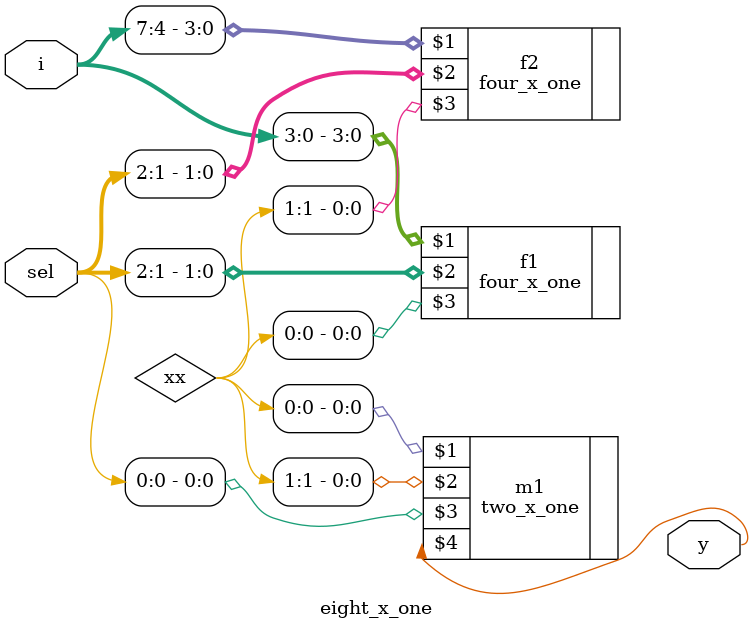
<source format=v>
module eight_x_one(i,sel,y);
	input [7:0]i;
	input [2:0]sel;
	output y;
	wire [1:0]xx;
	four_x_one f1(i[3:0],sel[2:1],xx[0]);
	four_x_one f2(i[7:4],sel[2:1],xx[1]);
	two_x_one m1(xx[0],xx[1],sel[0],y);
	
endmodule

</source>
